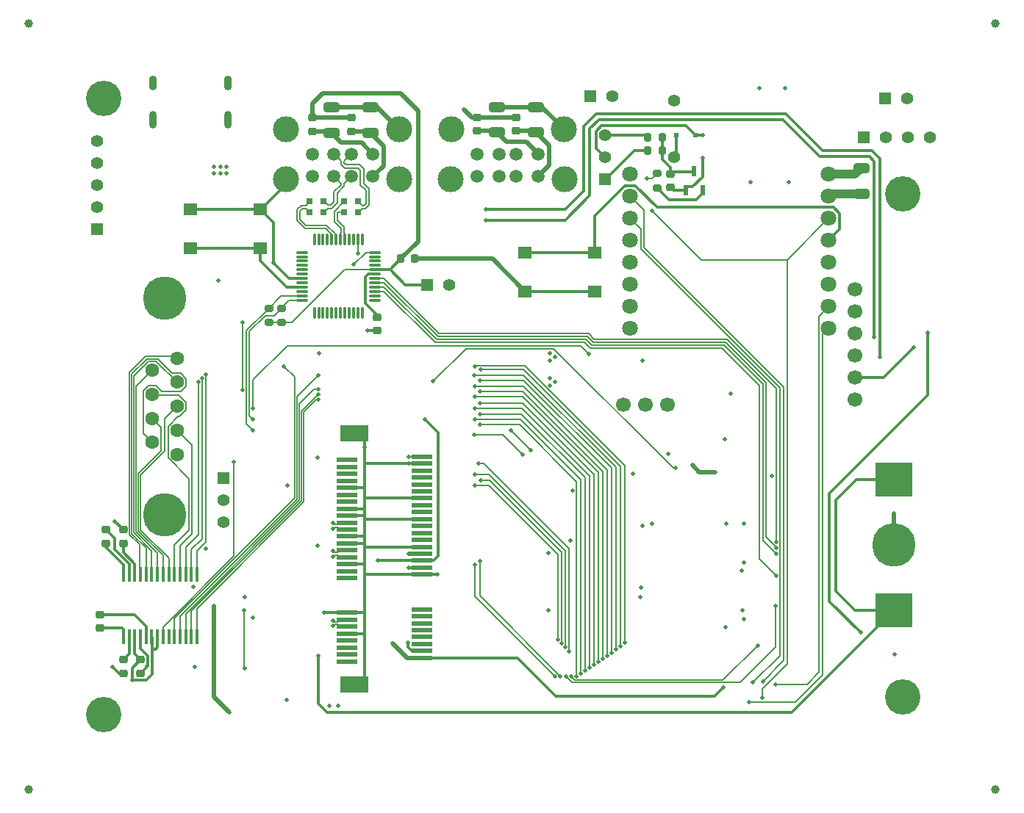
<source format=gbl>
G04 #@! TF.GenerationSoftware,KiCad,Pcbnew,(6.99.0-5015-g618347ef50)*
G04 #@! TF.CreationDate,2023-01-08T20:33:57+01:00*
G04 #@! TF.ProjectId,TinyLlama,54696e79-4c6c-4616-9d61-2e6b69636164,2.1*
G04 #@! TF.SameCoordinates,Original*
G04 #@! TF.FileFunction,Copper,L4,Bot*
G04 #@! TF.FilePolarity,Positive*
%FSLAX46Y46*%
G04 Gerber Fmt 4.6, Leading zero omitted, Abs format (unit mm)*
G04 Created by KiCad (PCBNEW (6.99.0-5015-g618347ef50)) date 2023-01-08 20:33:57*
%MOMM*%
%LPD*%
G01*
G04 APERTURE LIST*
G04 Aperture macros list*
%AMRoundRect*
0 Rectangle with rounded corners*
0 $1 Rounding radius*
0 $2 $3 $4 $5 $6 $7 $8 $9 X,Y pos of 4 corners*
0 Add a 4 corners polygon primitive as box body*
4,1,4,$2,$3,$4,$5,$6,$7,$8,$9,$2,$3,0*
0 Add four circle primitives for the rounded corners*
1,1,$1+$1,$2,$3*
1,1,$1+$1,$4,$5*
1,1,$1+$1,$6,$7*
1,1,$1+$1,$8,$9*
0 Add four rect primitives between the rounded corners*
20,1,$1+$1,$2,$3,$4,$5,0*
20,1,$1+$1,$4,$5,$6,$7,0*
20,1,$1+$1,$6,$7,$8,$9,0*
20,1,$1+$1,$8,$9,$2,$3,0*%
G04 Aperture macros list end*
G04 #@! TA.AperFunction,ComponentPad*
%ADD10R,1.397000X1.397000*%
G04 #@! TD*
G04 #@! TA.AperFunction,ComponentPad*
%ADD11C,1.397000*%
G04 #@! TD*
G04 #@! TA.AperFunction,ComponentPad*
%ADD12C,1.500000*%
G04 #@! TD*
G04 #@! TA.AperFunction,ComponentPad*
%ADD13C,3.000000*%
G04 #@! TD*
G04 #@! TA.AperFunction,ComponentPad*
%ADD14C,4.064000*%
G04 #@! TD*
G04 #@! TA.AperFunction,ComponentPad*
%ADD15O,0.900000X2.000000*%
G04 #@! TD*
G04 #@! TA.AperFunction,ComponentPad*
%ADD16O,0.900000X1.700000*%
G04 #@! TD*
G04 #@! TA.AperFunction,ComponentPad*
%ADD17C,1.700000*%
G04 #@! TD*
G04 #@! TA.AperFunction,ComponentPad*
%ADD18C,1.600000*%
G04 #@! TD*
G04 #@! TA.AperFunction,ComponentPad*
%ADD19C,5.000000*%
G04 #@! TD*
G04 #@! TA.AperFunction,SMDPad,CuDef*
%ADD20RoundRect,0.218750X-0.256250X0.218750X-0.256250X-0.218750X0.256250X-0.218750X0.256250X0.218750X0*%
G04 #@! TD*
G04 #@! TA.AperFunction,SMDPad,CuDef*
%ADD21R,0.700000X0.700000*%
G04 #@! TD*
G04 #@! TA.AperFunction,SMDPad,CuDef*
%ADD22C,1.000000*%
G04 #@! TD*
G04 #@! TA.AperFunction,SMDPad,CuDef*
%ADD23RoundRect,0.225000X0.250000X-0.225000X0.250000X0.225000X-0.250000X0.225000X-0.250000X-0.225000X0*%
G04 #@! TD*
G04 #@! TA.AperFunction,SMDPad,CuDef*
%ADD24R,0.500000X0.500000*%
G04 #@! TD*
G04 #@! TA.AperFunction,SMDPad,CuDef*
%ADD25RoundRect,0.200000X-0.275000X0.200000X-0.275000X-0.200000X0.275000X-0.200000X0.275000X0.200000X0*%
G04 #@! TD*
G04 #@! TA.AperFunction,SMDPad,CuDef*
%ADD26RoundRect,0.225000X-0.250000X0.225000X-0.250000X-0.225000X0.250000X-0.225000X0.250000X0.225000X0*%
G04 #@! TD*
G04 #@! TA.AperFunction,SMDPad,CuDef*
%ADD27RoundRect,0.250000X-0.650000X0.325000X-0.650000X-0.325000X0.650000X-0.325000X0.650000X0.325000X0*%
G04 #@! TD*
G04 #@! TA.AperFunction,SMDPad,CuDef*
%ADD28R,0.450000X1.750000*%
G04 #@! TD*
G04 #@! TA.AperFunction,SMDPad,CuDef*
%ADD29RoundRect,0.250000X0.650000X-0.325000X0.650000X0.325000X-0.650000X0.325000X-0.650000X-0.325000X0*%
G04 #@! TD*
G04 #@! TA.AperFunction,SMDPad,CuDef*
%ADD30RoundRect,0.225000X0.225000X0.250000X-0.225000X0.250000X-0.225000X-0.250000X0.225000X-0.250000X0*%
G04 #@! TD*
G04 #@! TA.AperFunction,SMDPad,CuDef*
%ADD31RoundRect,0.200000X0.200000X0.275000X-0.200000X0.275000X-0.200000X-0.275000X0.200000X-0.275000X0*%
G04 #@! TD*
G04 #@! TA.AperFunction,SMDPad,CuDef*
%ADD32R,0.600000X1.200000*%
G04 #@! TD*
G04 #@! TA.AperFunction,SMDPad,CuDef*
%ADD33R,1.600000X1.400000*%
G04 #@! TD*
G04 #@! TA.AperFunction,SMDPad,CuDef*
%ADD34O,0.300000X1.400000*%
G04 #@! TD*
G04 #@! TA.AperFunction,SMDPad,CuDef*
%ADD35O,1.400000X0.300000*%
G04 #@! TD*
G04 #@! TA.AperFunction,SMDPad,CuDef*
%ADD36R,2.400000X0.600000*%
G04 #@! TD*
G04 #@! TA.AperFunction,SMDPad,CuDef*
%ADD37R,3.200000X1.900000*%
G04 #@! TD*
G04 #@! TA.AperFunction,SMDPad,CuDef*
%ADD38R,4.200000X3.900000*%
G04 #@! TD*
G04 #@! TA.AperFunction,SMDPad,CuDef*
%ADD39C,5.000000*%
G04 #@! TD*
G04 #@! TA.AperFunction,ComponentPad*
%ADD40C,1.800000*%
G04 #@! TD*
G04 #@! TA.AperFunction,ViaPad*
%ADD41C,0.460000*%
G04 #@! TD*
G04 #@! TA.AperFunction,Conductor*
%ADD42C,0.180000*%
G04 #@! TD*
G04 #@! TA.AperFunction,Conductor*
%ADD43C,0.360000*%
G04 #@! TD*
G04 #@! TA.AperFunction,Conductor*
%ADD44C,0.127000*%
G04 #@! TD*
G04 #@! TA.AperFunction,Conductor*
%ADD45C,0.500000*%
G04 #@! TD*
G04 #@! TA.AperFunction,Conductor*
%ADD46C,0.152400*%
G04 #@! TD*
G04 #@! TA.AperFunction,Conductor*
%ADD47C,1.000000*%
G04 #@! TD*
G04 APERTURE END LIST*
D10*
X82999999Y-26749999D03*
D11*
X85540000Y-26750000D03*
D10*
X84749999Y-36329999D03*
D11*
X84750000Y-33790000D03*
X84750000Y-31250000D03*
D12*
X77000000Y-36000000D03*
X74500000Y-36000000D03*
X72500000Y-36000000D03*
X70000000Y-36000000D03*
X77000000Y-33400000D03*
X74500000Y-33400000D03*
X72500000Y-33400000D03*
X70000000Y-33400000D03*
D13*
X80050000Y-36350000D03*
X80000000Y-30550000D03*
X67000000Y-30550000D03*
X66950000Y-36350000D03*
D10*
X116999999Y-26999999D03*
D11*
X119540000Y-27000000D03*
D14*
X119000000Y-96000000D03*
D15*
X41324999Y-29429999D03*
D16*
X41324999Y-25249999D03*
D15*
X32674999Y-29429999D03*
D16*
X32674999Y-25249999D03*
D10*
X40749999Y-70749989D03*
D11*
X40750000Y-73289990D03*
X40750000Y-75829990D03*
D10*
X26249999Y-42079999D03*
D11*
X26250000Y-39540000D03*
X26250000Y-37000000D03*
X26250000Y-34460000D03*
X26250000Y-31920000D03*
D14*
X27000000Y-27000000D03*
D10*
X114499999Y-31499999D03*
D11*
X117040000Y-31500000D03*
X119580000Y-31500000D03*
X122120000Y-31500000D03*
D14*
X119000000Y-38000000D03*
D12*
X58000000Y-36000000D03*
X55500000Y-36000000D03*
X53500000Y-36000000D03*
X51000000Y-36000000D03*
X58000000Y-33400000D03*
X55500000Y-33400000D03*
X53500000Y-33400000D03*
X51000000Y-33400000D03*
D13*
X61050000Y-36350000D03*
X61000000Y-30550000D03*
X48000000Y-30550000D03*
X47950000Y-36350000D03*
D17*
X113500000Y-61700000D03*
X113500000Y-59160000D03*
X113500000Y-56620000D03*
X113500000Y-54080000D03*
X113500000Y-51540000D03*
X113500000Y-49000000D03*
X86830000Y-62335000D03*
X89370000Y-62335000D03*
X91910000Y-62335000D03*
D10*
X64249999Y-48499999D03*
D11*
X66790000Y-48500000D03*
D18*
X35420000Y-56955000D03*
X35420000Y-59725000D03*
X35420000Y-62495000D03*
X35420000Y-65265000D03*
X35420000Y-68035000D03*
X32580000Y-58340000D03*
X32580000Y-61110000D03*
X32580000Y-63880000D03*
X32580000Y-66650000D03*
D19*
X34000000Y-74990000D03*
X34000000Y-50000000D03*
D11*
X92700000Y-33751200D03*
X92700000Y-27248800D03*
D14*
X27000000Y-98000000D03*
D20*
X55500000Y-29212500D03*
X55500000Y-30787500D03*
D21*
X50699999Y-40149999D03*
X52299999Y-40149999D03*
X52299999Y-38849999D03*
X50699999Y-38849999D03*
D22*
X18350000Y-106650000D03*
D20*
X69999994Y-29174001D03*
X69999994Y-30749001D03*
D23*
X27250000Y-78274995D03*
X27250000Y-76724995D03*
D24*
X92899999Y-31249999D03*
X95099999Y-31249999D03*
D25*
X46000000Y-51175000D03*
X46000000Y-52825000D03*
D26*
X31250000Y-91725000D03*
X31250000Y-93275000D03*
D22*
X18350000Y-18350000D03*
D27*
X114250000Y-35025000D03*
X114250000Y-37975000D03*
D28*
X29274999Y-81899999D03*
X29924999Y-81899999D03*
X30574999Y-81899999D03*
X31224999Y-81899999D03*
X31874999Y-81899999D03*
X32524999Y-81899999D03*
X33174999Y-81899999D03*
X33824999Y-81899999D03*
X34474999Y-81899999D03*
X35124999Y-81899999D03*
X35774999Y-81899999D03*
X36424999Y-81899999D03*
X37074999Y-81899999D03*
X37724999Y-81899999D03*
X37724999Y-89099999D03*
X37074999Y-89099999D03*
X36424999Y-89099999D03*
X35774999Y-89099999D03*
X35124999Y-89099999D03*
X34474999Y-89099999D03*
X33824999Y-89099999D03*
X33174999Y-89099999D03*
X32524999Y-89099999D03*
X31874999Y-89099999D03*
X31224999Y-89099999D03*
X30574999Y-89099999D03*
X29924999Y-89099999D03*
X29274999Y-89099999D03*
D29*
X57750000Y-30975000D03*
X57750000Y-28025000D03*
D30*
X62775000Y-45500000D03*
X61225000Y-45500000D03*
D20*
X74499994Y-29174001D03*
X74499994Y-30749001D03*
D31*
X91325000Y-33000000D03*
X89675000Y-33000000D03*
D32*
X95949999Y-37599999D03*
X94049999Y-37599999D03*
X94999999Y-35399999D03*
D25*
X90750000Y-35675000D03*
X90750000Y-37325000D03*
D33*
X44999999Y-44249999D03*
X36999999Y-44249999D03*
X44999999Y-39749999D03*
X36999999Y-39749999D03*
D34*
X56749999Y-51699999D03*
X56249999Y-51699999D03*
X55749999Y-51699999D03*
X55249999Y-51699999D03*
X54749999Y-51699999D03*
X54249999Y-51699999D03*
X53749999Y-51699999D03*
X53249999Y-51699999D03*
X52749999Y-51699999D03*
X52249999Y-51699999D03*
X51749999Y-51699999D03*
X51249999Y-51699999D03*
D35*
X49799999Y-50249999D03*
X49799999Y-49749999D03*
X49799999Y-49249999D03*
X49799999Y-48749999D03*
X49799999Y-48249999D03*
X49799999Y-47749999D03*
X49799999Y-47249999D03*
X49799999Y-46749999D03*
X49799999Y-46249999D03*
X49799999Y-45749999D03*
X49799999Y-45249999D03*
X49799999Y-44749999D03*
D34*
X51249999Y-43299999D03*
X51749999Y-43299999D03*
X52249999Y-43299999D03*
X52749999Y-43299999D03*
X53249999Y-43299999D03*
X53749999Y-43299999D03*
X54249999Y-43299999D03*
X54749999Y-43299999D03*
X55249999Y-43299999D03*
X55749999Y-43299999D03*
X56249999Y-43299999D03*
X56749999Y-43299999D03*
D35*
X58199999Y-44749999D03*
X58199999Y-45249999D03*
X58199999Y-45749999D03*
X58199999Y-46249999D03*
X58199999Y-46749999D03*
X58199999Y-47249999D03*
X58199999Y-47749999D03*
X58199999Y-48249999D03*
X58199999Y-48749999D03*
X58199999Y-49249999D03*
X58199999Y-49749999D03*
X58199999Y-50249999D03*
D36*
X55030499Y-91899999D03*
X63630499Y-91499999D03*
X55030499Y-91099999D03*
X63630499Y-90699999D03*
X55030499Y-90299999D03*
X63630499Y-89899999D03*
X55030499Y-89499999D03*
X63630499Y-89099999D03*
X55030499Y-88699999D03*
X63630499Y-88299999D03*
X55030499Y-87899999D03*
X63630499Y-87499999D03*
X55030499Y-87099999D03*
X63630499Y-86699999D03*
X55030499Y-86299999D03*
X63630499Y-85899999D03*
X55030499Y-82299999D03*
X63630499Y-81899999D03*
X55030499Y-81499999D03*
X63630499Y-81099999D03*
X55030499Y-80699999D03*
X63630499Y-80299999D03*
X55030499Y-79899999D03*
X63630499Y-79499999D03*
X55030499Y-79099999D03*
X63630499Y-78699999D03*
X55030499Y-78299999D03*
X63630499Y-77899999D03*
X55030499Y-77499999D03*
X63630499Y-77099999D03*
X55030499Y-76699999D03*
X63630499Y-76299999D03*
X55030499Y-75899999D03*
X63630499Y-75499999D03*
X55030499Y-75099999D03*
X63630499Y-74699999D03*
X55030499Y-74299999D03*
X63630499Y-73899999D03*
X55030499Y-73499999D03*
X63630499Y-73099999D03*
X55030499Y-72699999D03*
X63630499Y-72299999D03*
X55030499Y-71899999D03*
X63630499Y-71499999D03*
X55030499Y-71099999D03*
X63630499Y-70699999D03*
X55030499Y-70299999D03*
X63630499Y-69899999D03*
X55030499Y-69499999D03*
X63630499Y-69099999D03*
X55030499Y-68699999D03*
X63630499Y-68299999D03*
D37*
X55830499Y-94549999D03*
X55830499Y-65649999D03*
D38*
X117999999Y-86049999D03*
X117999999Y-70949999D03*
D39*
X118000000Y-78500000D03*
D31*
X91325000Y-31500000D03*
X89675000Y-31500000D03*
D26*
X29250000Y-76725000D03*
X29250000Y-78275000D03*
D29*
X53250000Y-30975000D03*
X53250000Y-28025000D03*
D23*
X26575000Y-88050000D03*
X26575000Y-86500000D03*
D20*
X51000000Y-29212500D03*
X51000000Y-30787500D03*
D22*
X129650000Y-106650000D03*
D26*
X92250000Y-35725000D03*
X92250000Y-37275000D03*
X29250000Y-91725000D03*
X29250000Y-93275000D03*
D25*
X47500000Y-51175000D03*
X47500000Y-52825000D03*
D33*
X75499999Y-44749999D03*
X83499999Y-44749999D03*
X75499999Y-49249999D03*
X83499999Y-49249999D03*
D29*
X72249994Y-30936501D03*
X72249994Y-27986501D03*
D21*
X54699999Y-40149999D03*
X56299999Y-40149999D03*
X56299999Y-38849999D03*
X54699999Y-38849999D03*
D40*
X87640000Y-53530000D03*
X87640000Y-50990000D03*
X87640000Y-48450000D03*
X87640000Y-45910000D03*
X87640000Y-43370000D03*
X87640000Y-40830000D03*
X87640000Y-38290000D03*
X87640000Y-35750000D03*
X110500000Y-35750000D03*
X110500000Y-38290000D03*
X110500000Y-40830000D03*
X110500000Y-43370000D03*
X110500000Y-45910000D03*
X110500000Y-48450000D03*
X110500000Y-50990000D03*
X110500000Y-53530000D03*
D22*
X129650000Y-18350000D03*
D23*
X58500000Y-53775000D03*
X58500000Y-52225000D03*
D29*
X76749994Y-30936501D03*
X76749994Y-27986501D03*
D41*
X92830000Y-69620000D03*
X64950000Y-59640000D03*
X44170000Y-62720000D03*
X89550000Y-36270000D03*
X82880000Y-56480000D03*
X104350000Y-94530000D03*
X101330000Y-96630000D03*
X53392061Y-76631600D03*
X53397401Y-79831600D03*
X53392061Y-75968400D03*
X53397401Y-79168400D03*
X53423980Y-87831600D03*
X58580000Y-80300000D03*
X64000000Y-64000000D03*
X53423980Y-87168400D03*
X42950000Y-52830000D03*
X42950000Y-60610000D03*
X51710000Y-91290000D03*
X43200000Y-92690000D03*
X43190000Y-86030000D03*
X69710000Y-57940000D03*
X86980000Y-89770000D03*
X70430000Y-58270000D03*
X86460000Y-90150000D03*
X85960000Y-90530000D03*
X69690000Y-58900000D03*
X85450000Y-90900000D03*
X70300000Y-59500000D03*
X84960000Y-91265500D03*
X69700000Y-60200000D03*
X84460000Y-91610000D03*
X70300000Y-60800000D03*
X69700000Y-61400000D03*
X83960000Y-91960000D03*
X83460000Y-92300000D03*
X70300000Y-62100000D03*
X82950000Y-92625500D03*
X69700000Y-62700000D03*
X70300000Y-63400000D03*
X82440000Y-92955500D03*
X81940000Y-93320000D03*
X69700000Y-64000000D03*
X81420000Y-93638434D03*
X70300000Y-64600000D03*
X75200000Y-68030000D03*
X69630000Y-65820000D03*
X76165000Y-67575000D03*
X73870000Y-65280000D03*
X96000000Y-31250000D03*
X70150000Y-69070000D03*
X80560000Y-90750000D03*
X69750000Y-70330000D03*
X80140000Y-90290000D03*
X70400000Y-71010000D03*
X79720000Y-89830000D03*
X79300000Y-89370000D03*
X69730000Y-71610000D03*
X102350000Y-90050000D03*
X80809996Y-93638443D03*
X104390000Y-85510000D03*
X80200000Y-93638443D03*
X69750000Y-80750000D03*
X78980000Y-93640000D03*
X70310000Y-80310000D03*
X79590000Y-93640000D03*
X41500000Y-97800000D03*
X39705000Y-85520000D03*
X62100000Y-79516500D03*
X60250000Y-89785000D03*
X98360000Y-94930000D03*
X62100000Y-68316500D03*
X62100000Y-81116500D03*
X71000000Y-41040000D03*
X115740000Y-54560000D03*
X71000000Y-39810000D03*
X116370000Y-56770000D03*
X100520000Y-86040000D03*
X88910000Y-83400000D03*
X100510000Y-81440000D03*
X89000000Y-76250000D03*
X94770000Y-69280000D03*
X97400000Y-70090000D03*
X38740000Y-58840000D03*
X51740000Y-60540000D03*
X102890000Y-94190000D03*
X101770000Y-94330000D03*
X120310000Y-55700000D03*
X90150000Y-39920000D03*
X102840000Y-96100000D03*
X121900000Y-54000000D03*
X114170000Y-88580000D03*
X44170000Y-86830000D03*
X37320000Y-83290000D03*
X98500000Y-66250000D03*
X57400000Y-53770000D03*
X98650000Y-87970000D03*
X62040000Y-89750000D03*
X103900000Y-70500000D03*
X99240000Y-61000000D03*
X38760000Y-78910000D03*
X48150000Y-71630000D03*
X62100000Y-69116500D03*
X28000000Y-92500000D03*
X78220000Y-79370000D03*
X51780000Y-56360000D03*
X98662500Y-76000000D03*
X52370000Y-86300000D03*
X65430000Y-81886500D03*
X118100000Y-91100000D03*
X100750000Y-87000000D03*
X37500000Y-92500000D03*
X46580000Y-46010000D03*
X32009521Y-92480479D03*
X90162500Y-76000000D03*
X48020000Y-96340000D03*
X69510000Y-45500000D03*
X100750000Y-76000000D03*
X101525000Y-36650000D03*
X105433521Y-25806479D03*
X79000000Y-59700000D03*
X78400000Y-59300000D03*
X78400000Y-60100000D03*
X51590000Y-78550000D03*
X88750000Y-84500000D03*
X102493521Y-25806479D03*
X51600000Y-68390000D03*
X105875000Y-36650000D03*
X100750000Y-80500000D03*
X57000000Y-67256500D03*
X89040000Y-57250000D03*
X118005000Y-74865000D03*
X43200000Y-84490000D03*
X81020000Y-72230000D03*
X95950000Y-33850000D03*
X28250000Y-75740000D03*
X39700000Y-35600000D03*
X40400000Y-35600000D03*
X68500000Y-28250000D03*
X41100000Y-35600000D03*
X30250000Y-94090000D03*
X87940000Y-70280000D03*
X78400000Y-56400000D03*
X53000000Y-97000000D03*
X41100000Y-34900000D03*
X79000000Y-56800000D03*
X39700000Y-34900000D03*
X80770000Y-78000000D03*
X40400000Y-34900000D03*
X40190000Y-47990000D03*
X78220000Y-85990000D03*
X91970000Y-67990000D03*
X54000000Y-97000000D03*
X78400000Y-57200000D03*
X44190000Y-63985000D03*
X44180000Y-65260000D03*
X56250001Y-44860000D03*
X55795000Y-46145000D03*
X104420000Y-79500000D03*
X104420000Y-82000000D03*
X104420000Y-78100000D03*
X104420000Y-78800000D03*
X47760000Y-57880000D03*
X38310000Y-59240000D03*
X51740000Y-58910000D03*
X37870000Y-59690000D03*
X51740000Y-61150000D03*
X51740000Y-61750000D03*
X41970000Y-68910000D03*
D42*
X92830000Y-69620000D02*
X92570000Y-69620000D01*
X92570000Y-69620000D02*
X78810000Y-55860000D01*
X78810000Y-55860000D02*
X68730000Y-55860000D01*
X68730000Y-55860000D02*
X64950000Y-59640000D01*
X90155000Y-36270000D02*
X90750000Y-35675000D01*
X48140000Y-55500000D02*
X81900000Y-55500000D01*
X89550000Y-36270000D02*
X90155000Y-36270000D01*
X44170000Y-59470000D02*
X48140000Y-55500000D01*
X81900000Y-55500000D02*
X82880000Y-56480000D01*
X44170000Y-62720000D02*
X44170000Y-59470000D01*
X107980000Y-94530000D02*
X104350000Y-94530000D01*
X109350000Y-93160000D02*
X107980000Y-94530000D01*
X110500000Y-50990000D02*
X109350000Y-52140000D01*
X109350000Y-52140000D02*
X109350000Y-93160000D01*
X109820000Y-54210000D02*
X110500000Y-53530000D01*
X109820000Y-55010000D02*
X109820000Y-93430000D01*
X109820000Y-55010000D02*
X109820000Y-54210000D01*
X109820000Y-93430000D02*
X106620000Y-96630000D01*
X106620000Y-96630000D02*
X101330000Y-96630000D01*
D43*
X91325000Y-34025000D02*
X91325000Y-33000000D01*
X94940000Y-35460000D02*
X92515000Y-35460000D01*
X91325000Y-33000000D02*
X91325000Y-31500000D01*
X92250000Y-35725000D02*
X92250000Y-34950000D01*
X92250000Y-34950000D02*
X91325000Y-34025000D01*
X92515000Y-35460000D02*
X92250000Y-35725000D01*
X95000000Y-35400000D02*
X94940000Y-35460000D01*
X26575000Y-88050000D02*
X29120000Y-88050000D01*
X29275000Y-88205000D02*
X29275000Y-89100000D01*
X29120000Y-88050000D02*
X29275000Y-88205000D01*
X26575000Y-86500000D02*
X30510000Y-86500000D01*
X31875000Y-87865000D02*
X31875000Y-89100000D01*
X30510000Y-86500000D02*
X31875000Y-87865000D01*
X29250000Y-91725000D02*
X29925000Y-91050000D01*
X29925000Y-91050000D02*
X29925000Y-89100000D01*
X27250000Y-78730000D02*
X29275000Y-80755000D01*
X29275000Y-80755000D02*
X29275000Y-81900000D01*
X27250000Y-78274995D02*
X27250000Y-78730000D01*
X29925000Y-80705000D02*
X29925000Y-81900000D01*
X27250000Y-76724995D02*
X28240000Y-77714995D01*
X28240000Y-77714995D02*
X28240000Y-79020000D01*
X28240000Y-79020000D02*
X29925000Y-80705000D01*
X29250000Y-79340000D02*
X30575000Y-80665000D01*
X29250000Y-78275000D02*
X29250000Y-79340000D01*
X30575000Y-80665000D02*
X30575000Y-81900000D01*
D44*
X53558561Y-76465100D02*
X53392061Y-76631600D01*
X55030500Y-76700000D02*
X54130500Y-76700000D01*
X54130500Y-76700000D02*
X53895600Y-76465100D01*
X53895600Y-76465100D02*
X53558561Y-76465100D01*
X53563901Y-79665100D02*
X53397401Y-79831600D01*
X53895600Y-79665100D02*
X53563901Y-79665100D01*
X54130500Y-79900000D02*
X53895600Y-79665100D01*
X55030500Y-79900000D02*
X54130500Y-79900000D01*
X54130500Y-75900000D02*
X53895600Y-76134900D01*
X53895600Y-76134900D02*
X53558561Y-76134900D01*
X55030500Y-75900000D02*
X54130500Y-75900000D01*
X53558561Y-76134900D02*
X53392061Y-75968400D01*
X53563901Y-79334900D02*
X53397401Y-79168400D01*
X53895600Y-79334900D02*
X53563901Y-79334900D01*
X55030500Y-79100000D02*
X54130500Y-79100000D01*
X54130500Y-79100000D02*
X53895600Y-79334900D01*
X54130500Y-87900000D02*
X53895600Y-87665100D01*
X55030500Y-87900000D02*
X54130500Y-87900000D01*
X53895600Y-87665100D02*
X53590480Y-87665100D01*
X53590480Y-87665100D02*
X53423980Y-87831600D01*
D43*
X65520000Y-65520000D02*
X64000000Y-64000000D01*
X63630500Y-80300000D02*
X65000000Y-80300000D01*
X65520000Y-79780000D02*
X65520000Y-65520000D01*
X65000000Y-80300000D02*
X65520000Y-79780000D01*
X63630500Y-80300000D02*
X58580000Y-80300000D01*
D44*
X53895600Y-87334900D02*
X53590480Y-87334900D01*
X55030500Y-87100000D02*
X54130500Y-87100000D01*
X53590480Y-87334900D02*
X53423980Y-87168400D01*
X54130500Y-87100000D02*
X53895600Y-87334900D01*
X42950000Y-60610000D02*
X42950000Y-52830000D01*
D42*
X48685000Y-52825000D02*
X54760000Y-46750000D01*
D43*
X59980000Y-46745000D02*
X61225000Y-45500000D01*
X59980000Y-46750000D02*
X58200000Y-46750000D01*
D45*
X63180000Y-43545000D02*
X61225000Y-45500000D01*
D43*
X61730000Y-48500000D02*
X64250000Y-48500000D01*
D45*
X61210000Y-26430000D02*
X63180000Y-28400000D01*
D42*
X46000000Y-52825000D02*
X47500000Y-52825000D01*
D43*
X59980000Y-46750000D02*
X61730000Y-48500000D01*
D45*
X63180000Y-28400000D02*
X63180000Y-43545000D01*
D42*
X54760000Y-46750000D02*
X58200000Y-46750000D01*
D45*
X51000000Y-29212500D02*
X51000000Y-27610000D01*
X52180000Y-26430000D02*
X61210000Y-26430000D01*
X51000000Y-27610000D02*
X52180000Y-26430000D01*
D43*
X59980000Y-46750000D02*
X59980000Y-46745000D01*
D45*
X55500000Y-29212500D02*
X51000000Y-29212500D01*
D42*
X47500000Y-52825000D02*
X48685000Y-52825000D01*
D43*
X58200000Y-47250000D02*
X57440000Y-47250000D01*
X57150000Y-47540000D02*
X57150000Y-50640000D01*
X57440000Y-47250000D02*
X57150000Y-47540000D01*
X57150000Y-50640000D02*
X58500000Y-51990000D01*
X58500000Y-51990000D02*
X58500000Y-52225000D01*
X113700000Y-70950000D02*
X111310000Y-73340000D01*
X113540000Y-86050000D02*
X118000000Y-86050000D01*
X111310000Y-73340000D02*
X111310000Y-83820000D01*
X118000000Y-86050000D02*
X106270000Y-97780000D01*
X52740000Y-97780000D02*
X51710000Y-96750000D01*
X51710000Y-96750000D02*
X51710000Y-91290000D01*
X118000000Y-70950000D02*
X113700000Y-70950000D01*
X106270000Y-97780000D02*
X52740000Y-97780000D01*
X111310000Y-83820000D02*
X113540000Y-86050000D01*
D44*
X43190000Y-92680000D02*
X43190000Y-86030000D01*
X43200000Y-92690000D02*
X43190000Y-92680000D01*
X75480000Y-57810000D02*
X86980000Y-69310000D01*
X69840000Y-57810000D02*
X75480000Y-57810000D01*
X69710000Y-57940000D02*
X69840000Y-57810000D01*
X86980000Y-69310000D02*
X86980000Y-89770000D01*
X86460000Y-69380000D02*
X75350000Y-58270000D01*
X86460000Y-90150000D02*
X86460000Y-69380000D01*
X75350000Y-58270000D02*
X70430000Y-58270000D01*
X75360000Y-58900000D02*
X69690000Y-58900000D01*
X85960000Y-90530000D02*
X85960000Y-69500000D01*
X85960000Y-69500000D02*
X75360000Y-58900000D01*
X85450000Y-69630000D02*
X75320000Y-59500000D01*
X85450000Y-90900000D02*
X85450000Y-69630000D01*
X75320000Y-59500000D02*
X70300000Y-59500000D01*
X69700000Y-60200000D02*
X75340000Y-60200000D01*
X75340000Y-60200000D02*
X84960000Y-69820000D01*
X84960000Y-69820000D02*
X84960000Y-91265500D01*
X75280000Y-60800000D02*
X70300000Y-60800000D01*
X84460000Y-69980000D02*
X75280000Y-60800000D01*
X84460000Y-91610000D02*
X84460000Y-69980000D01*
X75220000Y-61400000D02*
X69700000Y-61400000D01*
X83960000Y-70140000D02*
X75220000Y-61400000D01*
X83960000Y-91960000D02*
X83960000Y-70140000D01*
X83460000Y-70340000D02*
X75220000Y-62100000D01*
X83460000Y-92300000D02*
X83460000Y-70340000D01*
X75220000Y-62100000D02*
X70300000Y-62100000D01*
X82950000Y-70520000D02*
X82950000Y-92625500D01*
X69700000Y-62700000D02*
X75130000Y-62700000D01*
X75130000Y-62700000D02*
X82950000Y-70520000D01*
X82440000Y-70730000D02*
X82440000Y-92955500D01*
X70300000Y-63400000D02*
X75110000Y-63400000D01*
X75110000Y-63400000D02*
X82440000Y-70730000D01*
X81940000Y-70940000D02*
X75000000Y-64000000D01*
X75000000Y-64000000D02*
X69700000Y-64000000D01*
X81940000Y-93320000D02*
X81940000Y-70940000D01*
X81450000Y-93608434D02*
X81420000Y-93638434D01*
X74890000Y-64600000D02*
X81450000Y-71160000D01*
X81450000Y-71160000D02*
X81450000Y-93608434D01*
X70300000Y-64600000D02*
X74890000Y-64600000D01*
X69640000Y-65810000D02*
X72980000Y-65810000D01*
X69630000Y-65820000D02*
X69640000Y-65810000D01*
X72980000Y-65810000D02*
X75200000Y-68030000D01*
X76165000Y-67575000D02*
X73870000Y-65280000D01*
D43*
X83680000Y-30790000D02*
X84300000Y-30170000D01*
X96000000Y-31250000D02*
X95100000Y-31250000D01*
X94020000Y-30170000D02*
X95100000Y-31250000D01*
X84300000Y-30170000D02*
X94020000Y-30170000D01*
X84750000Y-33790000D02*
X83680000Y-32720000D01*
X83680000Y-32720000D02*
X83680000Y-30790000D01*
D44*
X80560000Y-78880000D02*
X70750000Y-69070000D01*
X80560000Y-90750000D02*
X80560000Y-78880000D01*
X70750000Y-69070000D02*
X70150000Y-69070000D01*
X80140000Y-79120000D02*
X71350000Y-70330000D01*
X71350000Y-70330000D02*
X69750000Y-70330000D01*
X80140000Y-90290000D02*
X80140000Y-79120000D01*
X71410000Y-71010000D02*
X70400000Y-71010000D01*
X79720000Y-79320000D02*
X71410000Y-71010000D01*
X79720000Y-89830000D02*
X79720000Y-79320000D01*
X69740000Y-71600000D02*
X69730000Y-71610000D01*
X79300000Y-89370000D02*
X79300000Y-79550000D01*
X79300000Y-79550000D02*
X71350000Y-71600000D01*
X71350000Y-71600000D02*
X69740000Y-71600000D01*
X80818443Y-93638443D02*
X80809996Y-93638443D01*
X98310000Y-94090000D02*
X81270000Y-94090000D01*
X81270000Y-94090000D02*
X80818443Y-93638443D01*
X102350000Y-90050000D02*
X98310000Y-94090000D01*
X80911557Y-94350000D02*
X100310000Y-94350000D01*
X100310000Y-94350000D02*
X104390000Y-90270000D01*
X104390000Y-90270000D02*
X104390000Y-85510000D01*
X80200000Y-93638443D02*
X80911557Y-94350000D01*
X69750000Y-84410000D02*
X78980000Y-93640000D01*
X69750000Y-80750000D02*
X69750000Y-84410000D01*
X70310000Y-84360000D02*
X79590000Y-93640000D01*
X70310000Y-80310000D02*
X70310000Y-84360000D01*
D43*
X74670000Y-91500000D02*
X63630500Y-91500000D01*
D45*
X63630500Y-91500000D02*
X61965000Y-91500000D01*
X39705000Y-85520000D02*
X39705000Y-96005000D01*
D43*
X98360000Y-94930000D02*
X97370000Y-95920000D01*
D45*
X39705000Y-96005000D02*
X41500000Y-97800000D01*
X61965000Y-91500000D02*
X60250000Y-89785000D01*
X63614000Y-79516500D02*
X63630500Y-79500000D01*
D42*
X62100000Y-68316500D02*
X63614000Y-68316500D01*
X63614000Y-68316500D02*
X63630500Y-68300000D01*
D43*
X79090000Y-95920000D02*
X74670000Y-91500000D01*
X97370000Y-95920000D02*
X79090000Y-95920000D01*
D45*
X62100000Y-79516500D02*
X63614000Y-79516500D01*
D43*
X63614000Y-81116500D02*
X63630500Y-81100000D01*
X62100000Y-81116500D02*
X63614000Y-81116500D01*
X82980000Y-30510000D02*
X84010000Y-29480000D01*
X84010000Y-29480000D02*
X105230000Y-29480000D01*
X109470000Y-33720000D02*
X115180000Y-33720000D01*
X115180000Y-33720000D02*
X115740000Y-34280000D01*
X71000000Y-41040000D02*
X80130000Y-41040000D01*
X105230000Y-29480000D02*
X109470000Y-33720000D01*
X82980000Y-38190000D02*
X82980000Y-30510000D01*
X115740000Y-34280000D02*
X115740000Y-54560000D01*
X80130000Y-41040000D02*
X82980000Y-38190000D01*
X82260000Y-37670000D02*
X82260000Y-30260000D01*
X82260000Y-30260000D02*
X83720000Y-28800000D01*
X71000000Y-39810000D02*
X80120000Y-39810000D01*
X115420000Y-32990000D02*
X116370000Y-33940000D01*
X116370000Y-33940000D02*
X116370000Y-56770000D01*
X105580000Y-28800000D02*
X109770000Y-32990000D01*
X80120000Y-39810000D02*
X82260000Y-37670000D01*
X83720000Y-28800000D02*
X105580000Y-28800000D01*
X109770000Y-32990000D02*
X115420000Y-32990000D01*
D45*
X97400000Y-70090000D02*
X95580000Y-70090000D01*
X95580000Y-70090000D02*
X94770000Y-69280000D01*
D44*
X37725000Y-79125000D02*
X38740000Y-78110000D01*
X38740000Y-78110000D02*
X38740000Y-58840000D01*
X37725000Y-81525000D02*
X37725000Y-79125000D01*
X36425000Y-86397992D02*
X49517002Y-73305990D01*
X51230000Y-60540000D02*
X51740000Y-60540000D01*
X36425000Y-89475000D02*
X36425000Y-86397992D01*
X49517002Y-73305990D02*
X49517002Y-62252998D01*
X49517002Y-62252998D02*
X51230000Y-60540000D01*
D46*
X52292199Y-40146352D02*
X52764398Y-39674153D01*
X53255847Y-39674152D02*
X53869999Y-39060000D01*
X53869999Y-39060000D02*
X53869999Y-37900000D01*
X54670000Y-36818551D02*
X55492199Y-35996352D01*
X52764398Y-39674153D02*
X53255847Y-39674152D01*
X54670000Y-37099999D02*
X54670000Y-36818551D01*
X53869999Y-37900000D02*
X54670000Y-37099999D01*
X53108551Y-39318552D02*
X53514399Y-38912704D01*
X54314398Y-36818551D02*
X53492199Y-35996352D01*
X54314398Y-36952705D02*
X54314398Y-36818551D01*
X52764398Y-39318551D02*
X53108551Y-39318552D01*
X52292199Y-38846352D02*
X52764398Y-39318551D01*
X53514399Y-38912704D02*
X53514399Y-37752704D01*
X53514399Y-37752704D02*
X54314398Y-36952705D01*
X56916448Y-35138552D02*
X56442296Y-34664400D01*
X56442296Y-34664400D02*
X54892296Y-34664400D01*
X54666449Y-34234399D02*
X55488648Y-33412200D01*
X56288648Y-40162200D02*
X56760847Y-39690001D01*
X57546448Y-39265848D02*
X57546448Y-37448552D01*
X56760847Y-39690001D02*
X57122296Y-39690000D01*
X57122296Y-39690000D02*
X57546448Y-39265848D01*
X54892296Y-34664400D02*
X54666449Y-34438553D01*
X56916448Y-36818552D02*
X56916448Y-35138552D01*
X57546448Y-37448552D02*
X56916448Y-36818552D01*
X54666449Y-34438553D02*
X54666449Y-34234399D01*
X57190848Y-37595848D02*
X56560848Y-36965848D01*
X56760847Y-39334399D02*
X56975000Y-39334400D01*
X56288648Y-38862200D02*
X56760847Y-39334399D01*
X54745000Y-35020000D02*
X54310847Y-34585847D01*
X57190848Y-39118552D02*
X57190848Y-37595848D01*
X56560848Y-36965848D02*
X56560848Y-35285848D01*
X56560848Y-35285848D02*
X56295000Y-35020000D01*
X54310847Y-34585847D02*
X54310847Y-34234399D01*
X56295000Y-35020000D02*
X54745000Y-35020000D01*
X54310847Y-34234399D02*
X53488648Y-33412200D01*
X56975000Y-39334400D02*
X57190848Y-39118552D01*
D43*
X83500000Y-40520000D02*
X83500000Y-44750000D01*
X111770000Y-40254156D02*
X111055844Y-39540000D01*
X88235844Y-37040000D02*
X86980000Y-37040000D01*
X111055844Y-39540000D02*
X90735844Y-39540000D01*
X110500000Y-43370000D02*
X111770000Y-42100000D01*
X111770000Y-42100000D02*
X111770000Y-40254156D01*
X83500000Y-44750000D02*
X75500000Y-44750000D01*
X90735844Y-39540000D02*
X88235844Y-37040000D01*
X86980000Y-37040000D02*
X83500000Y-40520000D01*
D42*
X102890000Y-94190000D02*
X105290000Y-91790000D01*
X89220000Y-39880000D02*
X89220000Y-39870000D01*
X89220000Y-44170000D02*
X89220000Y-39880000D01*
X105290000Y-60240000D02*
X89220000Y-44170000D01*
X105290000Y-91790000D02*
X105290000Y-60240000D01*
X89220000Y-39870000D02*
X87640000Y-38290000D01*
X104870000Y-91230000D02*
X104870000Y-60350000D01*
X88870000Y-42060000D02*
X87640000Y-40830000D01*
X88870000Y-42120000D02*
X88870000Y-42060000D01*
X88870000Y-44350000D02*
X88870000Y-42120000D01*
X101770000Y-94330000D02*
X104870000Y-91230000D01*
X104870000Y-60350000D02*
X88870000Y-44350000D01*
D43*
X116850000Y-59160000D02*
X120310000Y-55700000D01*
X113500000Y-59160000D02*
X116850000Y-59160000D01*
D42*
X105720000Y-45610000D02*
X95840000Y-45610000D01*
X105720000Y-45610000D02*
X105720000Y-45860000D01*
X110500000Y-40830000D02*
X105720000Y-45610000D01*
X102840000Y-95110000D02*
X102840000Y-96100000D01*
X105720000Y-92230000D02*
X102840000Y-95110000D01*
X105720000Y-45860000D02*
X105720000Y-92230000D01*
X95840000Y-45610000D02*
X90150000Y-39920000D01*
D43*
X110550000Y-84960000D02*
X110550000Y-72570000D01*
X114170000Y-88580000D02*
X110550000Y-84960000D01*
X121900000Y-61220000D02*
X121900000Y-54000000D01*
X110550000Y-72570000D02*
X121900000Y-61220000D01*
X56933500Y-86300000D02*
X57000000Y-86366500D01*
X62040000Y-90250000D02*
X62040000Y-89750000D01*
D45*
X57750000Y-28025000D02*
X58475000Y-28025000D01*
X118000000Y-74870000D02*
X118005000Y-74865000D01*
D43*
X55030500Y-80700000D02*
X56976500Y-80700000D01*
D45*
X53250000Y-28025000D02*
X57750000Y-28025000D01*
D43*
X57000000Y-67256500D02*
X57000000Y-66256500D01*
X57000000Y-77476500D02*
X57000000Y-75496500D01*
X55830500Y-94550000D02*
X56566500Y-94550000D01*
X57000000Y-94116500D02*
X57000000Y-86366500D01*
X57013500Y-73100000D02*
X57000000Y-73086500D01*
X32050000Y-91280000D02*
X32050000Y-92440000D01*
D47*
X114250000Y-37975000D02*
X110935000Y-37975000D01*
D43*
X32009521Y-92515479D02*
X31250000Y-93275000D01*
X32009521Y-92480479D02*
X32009521Y-92515479D01*
X29235000Y-76725000D02*
X28250000Y-75740000D01*
X57000000Y-71876500D02*
X57000000Y-69116500D01*
X56566500Y-94550000D02*
X57000000Y-94116500D01*
X57000000Y-69116500D02*
X57000000Y-67256500D01*
X52370000Y-86300000D02*
X55030500Y-86300000D01*
X57405000Y-53775000D02*
X57400000Y-53770000D01*
X49800000Y-47750000D02*
X48320000Y-47750000D01*
X62490000Y-90700000D02*
X62040000Y-90250000D01*
X31225000Y-90455000D02*
X32050000Y-91280000D01*
X55030500Y-74300000D02*
X56913500Y-74300000D01*
X56976500Y-80700000D02*
X57000000Y-80676500D01*
X75500000Y-49250000D02*
X83500000Y-49250000D01*
D47*
X110935000Y-37975000D02*
X110620000Y-38290000D01*
D43*
X48320000Y-47750000D02*
X46580000Y-46010000D01*
X55030500Y-71900000D02*
X56976500Y-71900000D01*
X57000000Y-75496500D02*
X57000000Y-75086500D01*
X94050000Y-37410000D02*
X94280000Y-37180000D01*
D45*
X71750000Y-45500000D02*
X75500000Y-49250000D01*
D43*
X94050000Y-37600000D02*
X94050000Y-37410000D01*
X28775000Y-93275000D02*
X28000000Y-92500000D01*
X45000000Y-39750000D02*
X45100000Y-39750000D01*
X63630500Y-73100000D02*
X57013500Y-73100000D01*
X56906500Y-78300000D02*
X57000000Y-78206500D01*
X55030500Y-78300000D02*
X56906500Y-78300000D01*
X57000000Y-74386500D02*
X57000000Y-73086500D01*
X56913500Y-74300000D02*
X57000000Y-74386500D01*
X62100000Y-69116500D02*
X63614000Y-69116500D01*
X57000000Y-80676500D02*
X57000000Y-78636500D01*
X31225000Y-89100000D02*
X31225000Y-90455000D01*
X94280000Y-37180000D02*
X94840000Y-37180000D01*
X57003500Y-75500000D02*
X57000000Y-75496500D01*
D45*
X62775000Y-45500000D02*
X69510000Y-45500000D01*
D43*
X57000000Y-73086500D02*
X57000000Y-71876500D01*
X46580000Y-46010000D02*
X46580000Y-41330000D01*
X63630500Y-81900000D02*
X65416500Y-81900000D01*
X57000000Y-81846500D02*
X57000000Y-80676500D01*
D45*
X58475000Y-28025000D02*
X61000000Y-30550000D01*
D43*
X57000000Y-86366500D02*
X57000000Y-81846500D01*
D45*
X77474994Y-27986501D02*
X79999994Y-30511501D01*
D43*
X56976500Y-77500000D02*
X57000000Y-77476500D01*
X32050000Y-92440000D02*
X32009521Y-92480479D01*
X57053500Y-81900000D02*
X57000000Y-81846500D01*
X55030500Y-75100000D02*
X56986500Y-75100000D01*
X55030500Y-86300000D02*
X56933500Y-86300000D01*
X94840000Y-37180000D02*
X95950000Y-36070000D01*
X57063500Y-78700000D02*
X57000000Y-78636500D01*
X46580000Y-41330000D02*
X45000000Y-39750000D01*
D45*
X76749994Y-27986501D02*
X77474994Y-27986501D01*
D43*
X45100000Y-39750000D02*
X47950000Y-36900000D01*
X56393500Y-65650000D02*
X55830500Y-65650000D01*
X92575000Y-37600000D02*
X92250000Y-37275000D01*
X55030500Y-77500000D02*
X56976500Y-77500000D01*
X94050000Y-37600000D02*
X92575000Y-37600000D01*
D47*
X110620000Y-38290000D02*
X110500000Y-38290000D01*
D43*
X63630500Y-75500000D02*
X57003500Y-75500000D01*
D45*
X72249994Y-27986501D02*
X76749994Y-27986501D01*
D43*
X57000000Y-66256500D02*
X56393500Y-65650000D01*
X29250000Y-76725000D02*
X29235000Y-76725000D01*
D45*
X118000000Y-78500000D02*
X118000000Y-74870000D01*
D43*
X63630500Y-81900000D02*
X57053500Y-81900000D01*
D45*
X69510000Y-45500000D02*
X71750000Y-45500000D01*
D43*
X56986500Y-75100000D02*
X57000000Y-75086500D01*
X57000000Y-88700000D02*
X55030500Y-88700000D01*
X63630500Y-78700000D02*
X57063500Y-78700000D01*
X57000000Y-75086500D02*
X57000000Y-74386500D01*
X47950000Y-36900000D02*
X47950000Y-36350000D01*
X63630500Y-90700000D02*
X62490000Y-90700000D01*
X63614000Y-69116500D02*
X63630500Y-69100000D01*
X57000000Y-78206500D02*
X57000000Y-77476500D01*
X37000000Y-39750000D02*
X45000000Y-39750000D01*
X58500000Y-53775000D02*
X57405000Y-53775000D01*
X29250000Y-93275000D02*
X28775000Y-93275000D01*
X95950000Y-36070000D02*
X95950000Y-33850000D01*
X57000000Y-78636500D02*
X57000000Y-78206500D01*
X62100000Y-69116500D02*
X57000000Y-69116500D01*
X56976500Y-71900000D02*
X57000000Y-71876500D01*
X30575000Y-89100000D02*
X30575000Y-91050000D01*
X32570000Y-93420000D02*
X32570000Y-90500000D01*
X33175000Y-89100000D02*
X33175000Y-90275000D01*
X32950000Y-90500000D02*
X32570000Y-90500000D01*
X30250000Y-94090000D02*
X31900000Y-94090000D01*
X92700000Y-33751200D02*
X92900000Y-33551200D01*
X92900000Y-33551200D02*
X92900000Y-31250000D01*
X32570000Y-89145000D02*
X32525000Y-89100000D01*
D45*
X74499994Y-29174001D02*
X69999994Y-29174001D01*
X69999994Y-29174001D02*
X69424001Y-29174001D01*
D43*
X33175000Y-90275000D02*
X32950000Y-90500000D01*
X31250000Y-91725000D02*
X30250000Y-92725000D01*
D45*
X69424001Y-29174001D02*
X68500000Y-28250000D01*
D43*
X32570000Y-90500000D02*
X32570000Y-89145000D01*
X30575000Y-91050000D02*
X31250000Y-91725000D01*
X30250000Y-92725000D02*
X30250000Y-94090000D01*
X31900000Y-94090000D02*
X32570000Y-93420000D01*
X84750000Y-36330000D02*
X84790000Y-36330000D01*
X84790000Y-36330000D02*
X88120000Y-33000000D01*
X88120000Y-33000000D02*
X89675000Y-33000000D01*
X84750000Y-31250000D02*
X89425000Y-31250000D01*
X89425000Y-31250000D02*
X89675000Y-31500000D01*
D44*
X29970000Y-77280000D02*
X29970000Y-58580000D01*
X31105000Y-81525000D02*
X31105000Y-78415000D01*
X31105000Y-78415000D02*
X29970000Y-77280000D01*
X31800000Y-56750000D02*
X35095000Y-56750000D01*
X35095000Y-56750000D02*
X35300000Y-56955000D01*
X29970000Y-58580000D02*
X31800000Y-56750000D01*
X32120000Y-57330000D02*
X33025000Y-57330000D01*
X30477002Y-70097485D02*
X30479497Y-70094990D01*
X30479497Y-58970503D02*
X32120000Y-57330000D01*
X30477002Y-77069994D02*
X30477002Y-70097485D01*
X30479497Y-70094990D02*
X30479497Y-58970503D01*
X32525000Y-81525000D02*
X32525000Y-79117992D01*
X33025000Y-57330000D02*
X35420000Y-59725000D01*
X32525000Y-79117992D02*
X30477002Y-77069994D01*
X34475000Y-79992480D02*
X31237505Y-76754985D01*
X31237505Y-76754985D02*
X31237505Y-70412495D01*
X31237505Y-70412495D02*
X34000000Y-67650000D01*
X34475000Y-81525000D02*
X34475000Y-79992480D01*
X34000000Y-63915000D02*
X35420000Y-62495000D01*
X34000000Y-67650000D02*
X34000000Y-63915000D01*
X35775000Y-81525000D02*
X35775000Y-78595000D01*
X37130000Y-66975000D02*
X35420000Y-65265000D01*
X35775000Y-78595000D02*
X37130000Y-77240000D01*
X37130000Y-77240000D02*
X37130000Y-66975000D01*
X30730503Y-70202488D02*
X30732998Y-70199993D01*
X30732998Y-60187002D02*
X32580000Y-58340000D01*
X33175000Y-79409488D02*
X30730503Y-76964991D01*
X30732998Y-70199993D02*
X30732998Y-60187002D01*
X30730503Y-76964991D02*
X30730503Y-70202488D01*
X33175000Y-81525000D02*
X33175000Y-79409488D01*
X35125000Y-81525000D02*
X35125000Y-78453402D01*
X36450000Y-62930000D02*
X36450000Y-62070000D01*
X35560000Y-63670000D02*
X35710000Y-63670000D01*
X32700000Y-61230000D02*
X32580000Y-61110000D01*
X36810489Y-76767913D02*
X36810489Y-70850489D01*
X35610000Y-61230000D02*
X32700000Y-61230000D01*
X34390000Y-64840000D02*
X35560000Y-63670000D01*
X36450000Y-62070000D02*
X35610000Y-61230000D01*
X34390000Y-68430000D02*
X34390000Y-64840000D01*
X35710000Y-63670000D02*
X36450000Y-62930000D01*
X36810489Y-70850489D02*
X34390000Y-68430000D01*
X35125000Y-78453402D02*
X36810489Y-76767913D01*
X33825000Y-81525000D02*
X33825000Y-79700984D01*
X30984004Y-70307492D02*
X33620000Y-67671496D01*
X33620000Y-64920000D02*
X32580000Y-63880000D01*
X30984004Y-76859988D02*
X30984004Y-70307492D01*
X33825000Y-79700984D02*
X30984004Y-76859988D01*
X33620000Y-67671496D02*
X33620000Y-64920000D01*
X35860000Y-60750000D02*
X33660000Y-60750000D01*
X32160000Y-60090000D02*
X31560000Y-60690000D01*
X36460000Y-59320000D02*
X36460000Y-60150000D01*
X31875000Y-78826496D02*
X30223501Y-77174997D01*
X35830000Y-58690000D02*
X36460000Y-59320000D01*
X31560000Y-60690000D02*
X31560000Y-65630000D01*
X31875000Y-81525000D02*
X31875000Y-78826496D01*
X33240000Y-57050000D02*
X34880000Y-58690000D01*
X33000000Y-60090000D02*
X32160000Y-60090000D01*
X30223501Y-77174997D02*
X30223501Y-58766499D01*
X36460000Y-60150000D02*
X35860000Y-60750000D01*
X31940000Y-57050000D02*
X33240000Y-57050000D01*
X34880000Y-58690000D02*
X35830000Y-58690000D01*
X33660000Y-60750000D02*
X33000000Y-60090000D01*
X31560000Y-65630000D02*
X32580000Y-66650000D01*
X30223501Y-58766499D02*
X31940000Y-57050000D01*
X43750000Y-63545000D02*
X43750000Y-53870000D01*
X44190000Y-63985000D02*
X43750000Y-63545000D01*
X45590000Y-52030000D02*
X46645000Y-52030000D01*
X48350000Y-50250000D02*
X49800000Y-50250000D01*
X43750000Y-53870000D02*
X45590000Y-52030000D01*
X48350000Y-50250000D02*
X47500000Y-51100000D01*
X47500000Y-51100000D02*
X47500000Y-51175000D01*
X46645000Y-52030000D02*
X47500000Y-51175000D01*
X47425000Y-49750000D02*
X46000000Y-51175000D01*
X44180000Y-65260000D02*
X43410000Y-64490000D01*
X49800000Y-49750000D02*
X47425000Y-49750000D01*
X43410000Y-64490000D02*
X43410000Y-53765000D01*
X43410000Y-53765000D02*
X46000000Y-51175000D01*
X56250000Y-43300000D02*
X56250001Y-44860000D01*
X57190000Y-44750000D02*
X55795000Y-46145000D01*
X58200000Y-44750000D02*
X57190000Y-44750000D01*
D42*
X82550000Y-54810000D02*
X83200000Y-55460000D01*
X59270000Y-48750000D02*
X65330000Y-54810000D01*
X98400000Y-55460000D02*
X102890000Y-59950000D01*
X65330000Y-54810000D02*
X82550000Y-54810000D01*
X102890000Y-77970000D02*
X104420000Y-79500000D01*
X102890000Y-59950000D02*
X102890000Y-77970000D01*
X83200000Y-55460000D02*
X98400000Y-55460000D01*
X58200000Y-48750000D02*
X59270000Y-48750000D01*
X83040000Y-55790000D02*
X82390000Y-55140000D01*
X98210000Y-55790000D02*
X83040000Y-55790000D01*
X59260000Y-49250000D02*
X58200000Y-49250000D01*
X102540000Y-80120000D02*
X102540000Y-60120000D01*
X82390000Y-55140000D02*
X65150000Y-55140000D01*
X65150000Y-55140000D02*
X59260000Y-49250000D01*
X104420000Y-82000000D02*
X102540000Y-80120000D01*
X102540000Y-60120000D02*
X98210000Y-55790000D01*
X104420000Y-60420000D02*
X104420000Y-78100000D01*
X82820000Y-54130000D02*
X83480000Y-54790000D01*
X58200000Y-47750000D02*
X59240000Y-47750000D01*
X59240000Y-47750000D02*
X65620000Y-54130000D01*
X98790000Y-54790000D02*
X104420000Y-60420000D01*
X65620000Y-54130000D02*
X82820000Y-54130000D01*
X83480000Y-54790000D02*
X98790000Y-54790000D01*
X65475000Y-54470000D02*
X82690000Y-54470000D01*
X98590000Y-55120000D02*
X103250000Y-59780000D01*
X59255000Y-48250000D02*
X65475000Y-54470000D01*
X104420000Y-78760000D02*
X104420000Y-78800000D01*
X103250000Y-59780000D02*
X103250000Y-77590000D01*
X58200000Y-48250000D02*
X59255000Y-48250000D01*
X82690000Y-54470000D02*
X83340000Y-55120000D01*
X83340000Y-55120000D02*
X98590000Y-55120000D01*
X103250000Y-77590000D02*
X104420000Y-78760000D01*
D46*
X53322199Y-43227801D02*
X53322199Y-42763647D01*
X49262200Y-39796352D02*
X49736353Y-39322199D01*
X49262200Y-41093648D02*
X49262200Y-39796352D01*
X50227801Y-39322199D02*
X50700000Y-38850000D01*
X50136352Y-41967800D02*
X49262200Y-41093648D01*
X53250000Y-43300000D02*
X53322199Y-43227801D01*
X52526352Y-41967800D02*
X50136352Y-41967800D01*
X49736353Y-39322199D02*
X50227801Y-39322199D01*
X53322199Y-42763647D02*
X52526352Y-41967800D01*
X52673648Y-41612200D02*
X50283648Y-41612200D01*
X53677801Y-42616353D02*
X52673648Y-41612200D01*
X49617800Y-40946352D02*
X49617800Y-39943648D01*
X53677801Y-43227801D02*
X53677801Y-42616353D01*
X53750000Y-43300000D02*
X53677801Y-43227801D01*
X50227801Y-39677801D02*
X50700000Y-40150000D01*
X49617800Y-39943648D02*
X49883647Y-39677801D01*
X49883647Y-39677801D02*
X50227801Y-39677801D01*
X50283648Y-41612200D02*
X49617800Y-40946352D01*
X53542200Y-40007800D02*
X53542200Y-41223648D01*
X54322200Y-42003648D02*
X54322200Y-42527800D01*
X54250000Y-42600000D02*
X54250000Y-43300000D01*
X54700000Y-38850000D02*
X53542200Y-40007800D01*
X53542200Y-41223648D02*
X54322200Y-42003648D01*
X54322200Y-42527800D02*
X54250000Y-42600000D01*
X53897800Y-41076352D02*
X54677800Y-41856352D01*
X54677800Y-41856352D02*
X54677800Y-42527800D01*
X54677800Y-42527800D02*
X54750000Y-42600000D01*
X54750000Y-42600000D02*
X54750000Y-43300000D01*
X53897800Y-40155095D02*
X53897800Y-41076352D01*
X54700000Y-40150000D02*
X53902895Y-40150000D01*
X53902895Y-40150000D02*
X53897800Y-40155095D01*
D44*
X49010000Y-59130000D02*
X47760000Y-57880000D01*
X35125000Y-86980984D02*
X49010000Y-73095984D01*
X49010000Y-73095984D02*
X49010000Y-59130000D01*
X35125000Y-89475000D02*
X35125000Y-86980984D01*
X37075000Y-79025000D02*
X38310000Y-77790000D01*
X37075000Y-81525000D02*
X37075000Y-79025000D01*
X38310000Y-77790000D02*
X38310000Y-59240000D01*
X35775000Y-86689488D02*
X49263501Y-73200987D01*
X49263501Y-61386499D02*
X51740000Y-58910000D01*
X35775000Y-89475000D02*
X35775000Y-86689488D01*
X49263501Y-73200987D02*
X49263501Y-61386499D01*
X36425000Y-81525000D02*
X36425000Y-78715000D01*
X36425000Y-78715000D02*
X37870000Y-77270000D01*
X37870000Y-77270000D02*
X37870000Y-59690000D01*
X49770503Y-63050992D02*
X51671496Y-61150000D01*
X37075000Y-89475000D02*
X37075000Y-86106496D01*
X37075000Y-86106496D02*
X49770503Y-73410993D01*
X49770503Y-73410993D02*
X49770503Y-63050992D01*
X51671496Y-61150000D02*
X51740000Y-61150000D01*
X50024004Y-63155996D02*
X50024004Y-73515996D01*
X37725000Y-85815000D02*
X37725000Y-89475000D01*
X50024004Y-73515996D02*
X37725000Y-85815000D01*
X51430000Y-61750000D02*
X50024004Y-63155996D01*
X51740000Y-61750000D02*
X51430000Y-61750000D01*
D43*
X95950000Y-37910000D02*
X95950000Y-37600000D01*
X95180000Y-38680000D02*
X95950000Y-37910000D01*
X90750000Y-37325000D02*
X92105000Y-38680000D01*
X92105000Y-38680000D02*
X95180000Y-38680000D01*
D44*
X33825000Y-87922480D02*
X41970000Y-79777480D01*
X41970000Y-79777480D02*
X41970000Y-68910000D01*
X33825000Y-89475000D02*
X33825000Y-87922480D01*
D43*
X48040000Y-48750000D02*
X45000000Y-45710000D01*
X49800000Y-48750000D02*
X48040000Y-48750000D01*
X45000000Y-44250000D02*
X37000000Y-44250000D01*
X45000000Y-45710000D02*
X45000000Y-44250000D01*
D47*
X114250000Y-35025000D02*
X113525000Y-35750000D01*
X113525000Y-35750000D02*
X110500000Y-35750000D01*
D45*
X74499994Y-30749001D02*
X76562494Y-30749001D01*
X76749994Y-30936501D02*
X78249994Y-32436501D01*
X78249994Y-32436501D02*
X78249994Y-34711501D01*
X76562494Y-30749001D02*
X76749994Y-30936501D01*
X78249994Y-34711501D02*
X76999994Y-35961501D01*
X72062494Y-30749001D02*
X72249994Y-30936501D01*
X75659994Y-32021501D02*
X76999994Y-33361501D01*
X73334994Y-32021501D02*
X75659994Y-32021501D01*
X69999994Y-30749001D02*
X72062494Y-30749001D01*
X72249994Y-30936501D02*
X73334994Y-32021501D01*
X57750000Y-30975000D02*
X59250000Y-32475000D01*
X57562500Y-30787500D02*
X57750000Y-30975000D01*
X59250000Y-34750000D02*
X58000000Y-36000000D01*
X59250000Y-32475000D02*
X59250000Y-34750000D01*
X55500000Y-30787500D02*
X57562500Y-30787500D01*
X53062500Y-30787500D02*
X53250000Y-30975000D01*
X51000000Y-30787500D02*
X53062500Y-30787500D01*
X54335000Y-32060000D02*
X56660000Y-32060000D01*
X53250000Y-30975000D02*
X54335000Y-32060000D01*
X56660000Y-32060000D02*
X58000000Y-33400000D01*
M02*

</source>
